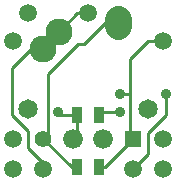
<source format=gbl>
G04 (created by PCBNEW (2013-jul-07)-stable) date Thu 27 Aug 2015 11:48:33 PM EDT*
%MOIN*%
G04 Gerber Fmt 3.4, Leading zero omitted, Abs format*
%FSLAX34Y34*%
G01*
G70*
G90*
G04 APERTURE LIST*
%ADD10C,0.00590551*%
%ADD11C,0.065*%
%ADD12C,0.0590551*%
%ADD13R,0.055X0.055*%
%ADD14C,0.055*%
%ADD15R,0.035X0.055*%
%ADD16C,0.066*%
%ADD17C,0.09*%
%ADD18C,0.09*%
%ADD19C,0.035*%
%ADD20C,0.01*%
G04 APERTURE END LIST*
G54D10*
G54D11*
X96000Y-44500D03*
X100000Y-44500D03*
G54D12*
X98000Y-41300D03*
X96000Y-41300D03*
X95500Y-45500D03*
X95500Y-42250D03*
X95500Y-46500D03*
X96500Y-46500D03*
X100500Y-42250D03*
X100500Y-45500D03*
G54D13*
X99500Y-45500D03*
G54D14*
X96500Y-45500D03*
G54D12*
X100500Y-46500D03*
X99500Y-46500D03*
G54D15*
X97625Y-46450D03*
X98375Y-46450D03*
X97625Y-44700D03*
X98375Y-44700D03*
G54D16*
X97500Y-45500D03*
X98500Y-45500D03*
G54D17*
X99000Y-41500D02*
X98984Y-41728D01*
G54D18*
X97015Y-41925D03*
X96500Y-42500D03*
G54D19*
X100600Y-44000D03*
X99050Y-44600D03*
X99050Y-44000D03*
X97000Y-44600D03*
G54D20*
X100600Y-44700D02*
X100600Y-44300D01*
X100000Y-46000D02*
X99500Y-46500D01*
X100000Y-45300D02*
X100000Y-46000D01*
X100600Y-44000D02*
X100600Y-44300D01*
X100000Y-45300D02*
X100600Y-44700D01*
X98375Y-44700D02*
X98475Y-44600D01*
X99050Y-44600D02*
X98475Y-44600D01*
X96000Y-45800D02*
X96000Y-45250D01*
X96100Y-42500D02*
X95450Y-43150D01*
X95450Y-43150D02*
X95450Y-43300D01*
X96500Y-46500D02*
X96500Y-46300D01*
X95450Y-44700D02*
X95450Y-43300D01*
X96000Y-45250D02*
X95450Y-44700D01*
X96500Y-46300D02*
X96000Y-45800D01*
X96100Y-42500D02*
X96500Y-42500D01*
X98000Y-41300D02*
X97640Y-41300D01*
X97640Y-41300D02*
X97015Y-41925D01*
X96250Y-42500D02*
X96500Y-42500D01*
X99050Y-44000D02*
X99400Y-44000D01*
X100500Y-42250D02*
X100000Y-42250D01*
X99400Y-45400D02*
X99500Y-45500D01*
X99400Y-42850D02*
X99400Y-44000D01*
X99400Y-44000D02*
X99400Y-45400D01*
X100000Y-42250D02*
X99400Y-42850D01*
X98375Y-46450D02*
X98550Y-46450D01*
X98550Y-46450D02*
X99500Y-45500D01*
X97100Y-44700D02*
X97000Y-44600D01*
X97100Y-44700D02*
X97625Y-44700D01*
X97625Y-44700D02*
X97625Y-45375D01*
X97625Y-45375D02*
X97500Y-45500D01*
X98992Y-41614D02*
X98585Y-41614D01*
X96650Y-45350D02*
X96500Y-45500D01*
X96650Y-43350D02*
X96650Y-45350D01*
X97650Y-42350D02*
X96650Y-43350D01*
X97850Y-42350D02*
X97650Y-42350D01*
X98585Y-41614D02*
X97850Y-42350D01*
X97625Y-46450D02*
X97450Y-46450D01*
X97450Y-46450D02*
X96500Y-45500D01*
X96500Y-45500D02*
X96500Y-45474D01*
M02*

</source>
